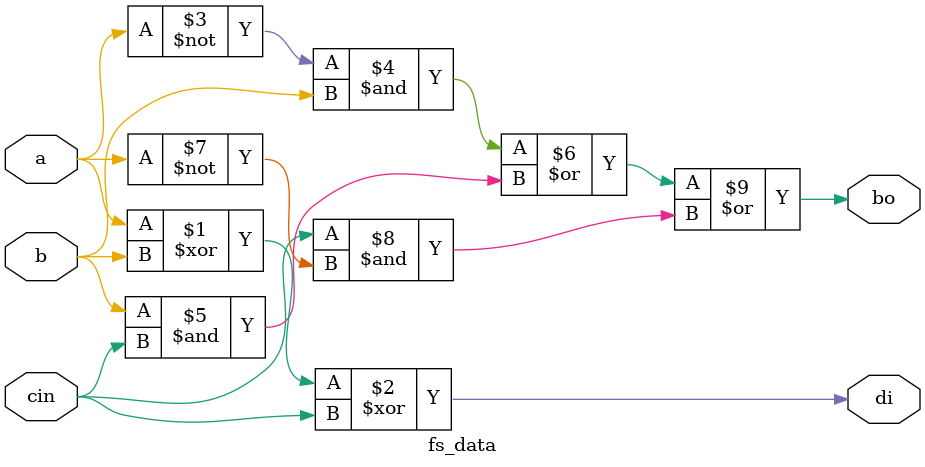
<source format=v>
`timescale 1ns / 1ps


module fs_data(
    input a,b,cin,
    output di,bo
    );
    assign di=a^b^cin;
    assign bo=((~a)&b)|(b&cin)|(cin&(~a));
endmodule

</source>
